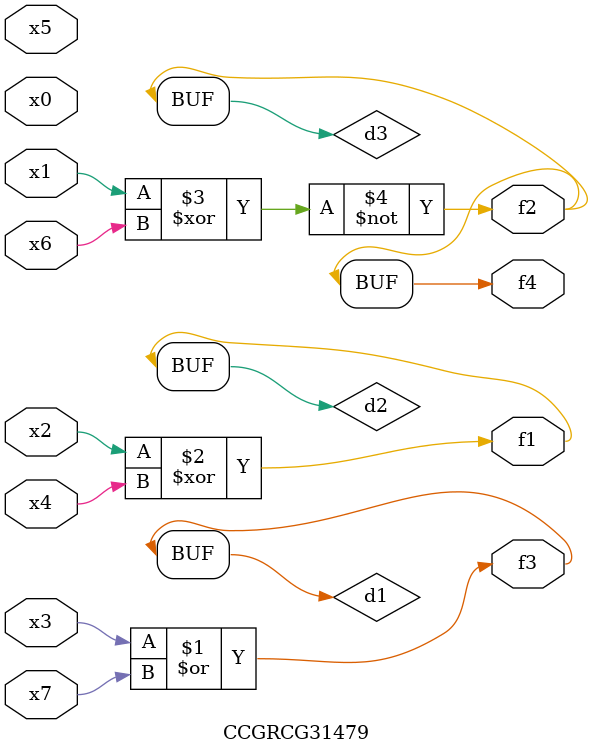
<source format=v>
module CCGRCG31479(
	input x0, x1, x2, x3, x4, x5, x6, x7,
	output f1, f2, f3, f4
);

	wire d1, d2, d3;

	or (d1, x3, x7);
	xor (d2, x2, x4);
	xnor (d3, x1, x6);
	assign f1 = d2;
	assign f2 = d3;
	assign f3 = d1;
	assign f4 = d3;
endmodule

</source>
